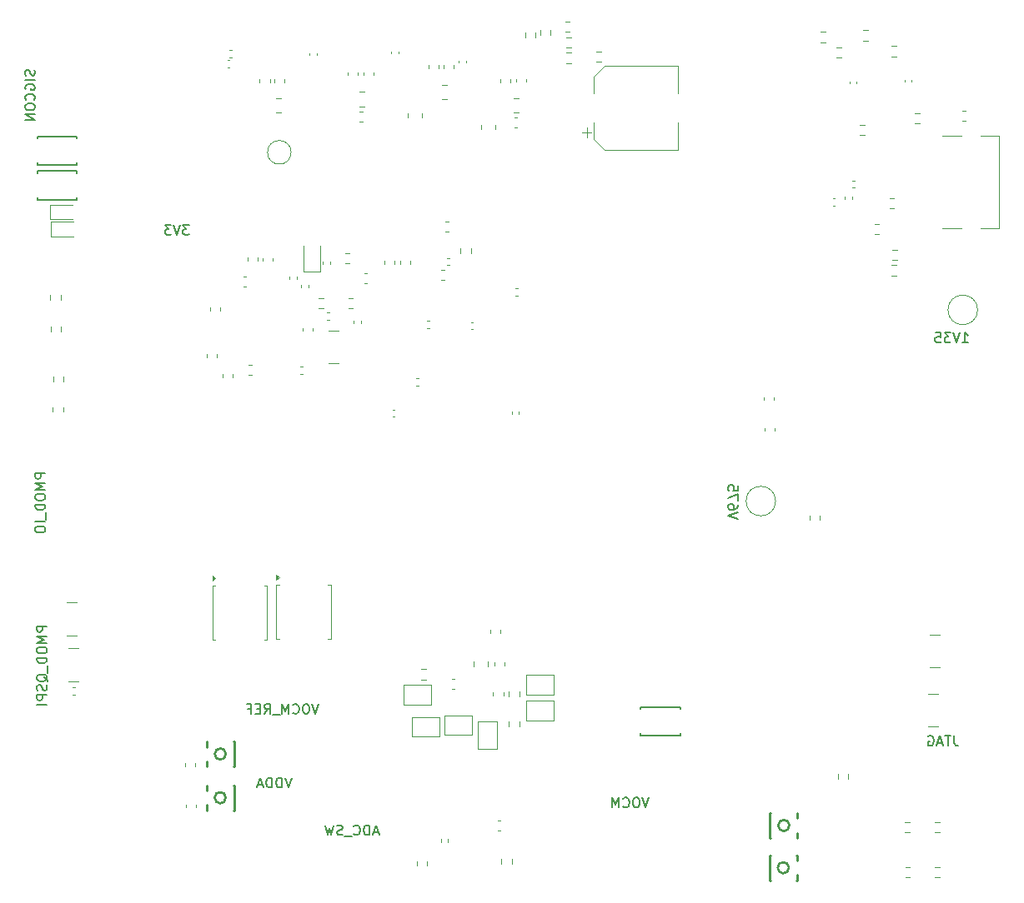
<source format=gbr>
G04 #@! TF.GenerationSoftware,KiCad,Pcbnew,9.0.3-9.0.3-0~ubuntu24.04.1*
G04 #@! TF.CreationDate,2025-07-29T11:11:21+02:00*
G04 #@! TF.ProjectId,acoustic-carrier-board,61636f75-7374-4696-932d-636172726965,rev?*
G04 #@! TF.SameCoordinates,Original*
G04 #@! TF.FileFunction,Legend,Bot*
G04 #@! TF.FilePolarity,Positive*
%FSLAX46Y46*%
G04 Gerber Fmt 4.6, Leading zero omitted, Abs format (unit mm)*
G04 Created by KiCad (PCBNEW 9.0.3-9.0.3-0~ubuntu24.04.1) date 2025-07-29 11:11:21*
%MOMM*%
%LPD*%
G01*
G04 APERTURE LIST*
%ADD10C,0.160000*%
%ADD11C,0.127000*%
%ADD12C,0.120000*%
%ADD13C,0.254000*%
G04 APERTURE END LIST*
D10*
X141182832Y-86709299D02*
X141754260Y-86709299D01*
X141468546Y-86709299D02*
X141468546Y-85709299D01*
X141468546Y-85709299D02*
X141563784Y-85852156D01*
X141563784Y-85852156D02*
X141659022Y-85947394D01*
X141659022Y-85947394D02*
X141754260Y-85995013D01*
X140897117Y-85709299D02*
X140563784Y-86709299D01*
X140563784Y-86709299D02*
X140230451Y-85709299D01*
X139992355Y-85709299D02*
X139373308Y-85709299D01*
X139373308Y-85709299D02*
X139706641Y-86090251D01*
X139706641Y-86090251D02*
X139563784Y-86090251D01*
X139563784Y-86090251D02*
X139468546Y-86137870D01*
X139468546Y-86137870D02*
X139420927Y-86185489D01*
X139420927Y-86185489D02*
X139373308Y-86280727D01*
X139373308Y-86280727D02*
X139373308Y-86518822D01*
X139373308Y-86518822D02*
X139420927Y-86614060D01*
X139420927Y-86614060D02*
X139468546Y-86661680D01*
X139468546Y-86661680D02*
X139563784Y-86709299D01*
X139563784Y-86709299D02*
X139849498Y-86709299D01*
X139849498Y-86709299D02*
X139944736Y-86661680D01*
X139944736Y-86661680D02*
X139992355Y-86614060D01*
X138468546Y-85709299D02*
X138944736Y-85709299D01*
X138944736Y-85709299D02*
X138992355Y-86185489D01*
X138992355Y-86185489D02*
X138944736Y-86137870D01*
X138944736Y-86137870D02*
X138849498Y-86090251D01*
X138849498Y-86090251D02*
X138611403Y-86090251D01*
X138611403Y-86090251D02*
X138516165Y-86137870D01*
X138516165Y-86137870D02*
X138468546Y-86185489D01*
X138468546Y-86185489D02*
X138420927Y-86280727D01*
X138420927Y-86280727D02*
X138420927Y-86518822D01*
X138420927Y-86518822D02*
X138468546Y-86614060D01*
X138468546Y-86614060D02*
X138516165Y-86661680D01*
X138516165Y-86661680D02*
X138611403Y-86709299D01*
X138611403Y-86709299D02*
X138849498Y-86709299D01*
X138849498Y-86709299D02*
X138944736Y-86661680D01*
X138944736Y-86661680D02*
X138992355Y-86614060D01*
X62671879Y-74759299D02*
X62052832Y-74759299D01*
X62052832Y-74759299D02*
X62386165Y-75140251D01*
X62386165Y-75140251D02*
X62243308Y-75140251D01*
X62243308Y-75140251D02*
X62148070Y-75187870D01*
X62148070Y-75187870D02*
X62100451Y-75235489D01*
X62100451Y-75235489D02*
X62052832Y-75330727D01*
X62052832Y-75330727D02*
X62052832Y-75568822D01*
X62052832Y-75568822D02*
X62100451Y-75664060D01*
X62100451Y-75664060D02*
X62148070Y-75711680D01*
X62148070Y-75711680D02*
X62243308Y-75759299D01*
X62243308Y-75759299D02*
X62529022Y-75759299D01*
X62529022Y-75759299D02*
X62624260Y-75711680D01*
X62624260Y-75711680D02*
X62671879Y-75664060D01*
X61767117Y-74759299D02*
X61433784Y-75759299D01*
X61433784Y-75759299D02*
X61100451Y-74759299D01*
X60862355Y-74759299D02*
X60243308Y-74759299D01*
X60243308Y-74759299D02*
X60576641Y-75140251D01*
X60576641Y-75140251D02*
X60433784Y-75140251D01*
X60433784Y-75140251D02*
X60338546Y-75187870D01*
X60338546Y-75187870D02*
X60290927Y-75235489D01*
X60290927Y-75235489D02*
X60243308Y-75330727D01*
X60243308Y-75330727D02*
X60243308Y-75568822D01*
X60243308Y-75568822D02*
X60290927Y-75664060D01*
X60290927Y-75664060D02*
X60338546Y-75711680D01*
X60338546Y-75711680D02*
X60433784Y-75759299D01*
X60433784Y-75759299D02*
X60719498Y-75759299D01*
X60719498Y-75759299D02*
X60814736Y-75711680D01*
X60814736Y-75711680D02*
X60862355Y-75664060D01*
X48059299Y-99973358D02*
X47059299Y-99973358D01*
X47059299Y-99973358D02*
X47059299Y-100354310D01*
X47059299Y-100354310D02*
X47106918Y-100449548D01*
X47106918Y-100449548D02*
X47154537Y-100497167D01*
X47154537Y-100497167D02*
X47249775Y-100544786D01*
X47249775Y-100544786D02*
X47392632Y-100544786D01*
X47392632Y-100544786D02*
X47487870Y-100497167D01*
X47487870Y-100497167D02*
X47535489Y-100449548D01*
X47535489Y-100449548D02*
X47583108Y-100354310D01*
X47583108Y-100354310D02*
X47583108Y-99973358D01*
X48059299Y-100973358D02*
X47059299Y-100973358D01*
X47059299Y-100973358D02*
X47773584Y-101306691D01*
X47773584Y-101306691D02*
X47059299Y-101640024D01*
X47059299Y-101640024D02*
X48059299Y-101640024D01*
X47059299Y-102306691D02*
X47059299Y-102497167D01*
X47059299Y-102497167D02*
X47106918Y-102592405D01*
X47106918Y-102592405D02*
X47202156Y-102687643D01*
X47202156Y-102687643D02*
X47392632Y-102735262D01*
X47392632Y-102735262D02*
X47725965Y-102735262D01*
X47725965Y-102735262D02*
X47916441Y-102687643D01*
X47916441Y-102687643D02*
X48011680Y-102592405D01*
X48011680Y-102592405D02*
X48059299Y-102497167D01*
X48059299Y-102497167D02*
X48059299Y-102306691D01*
X48059299Y-102306691D02*
X48011680Y-102211453D01*
X48011680Y-102211453D02*
X47916441Y-102116215D01*
X47916441Y-102116215D02*
X47725965Y-102068596D01*
X47725965Y-102068596D02*
X47392632Y-102068596D01*
X47392632Y-102068596D02*
X47202156Y-102116215D01*
X47202156Y-102116215D02*
X47106918Y-102211453D01*
X47106918Y-102211453D02*
X47059299Y-102306691D01*
X48059299Y-103163834D02*
X47059299Y-103163834D01*
X47059299Y-103163834D02*
X47059299Y-103401929D01*
X47059299Y-103401929D02*
X47106918Y-103544786D01*
X47106918Y-103544786D02*
X47202156Y-103640024D01*
X47202156Y-103640024D02*
X47297394Y-103687643D01*
X47297394Y-103687643D02*
X47487870Y-103735262D01*
X47487870Y-103735262D02*
X47630727Y-103735262D01*
X47630727Y-103735262D02*
X47821203Y-103687643D01*
X47821203Y-103687643D02*
X47916441Y-103640024D01*
X47916441Y-103640024D02*
X48011680Y-103544786D01*
X48011680Y-103544786D02*
X48059299Y-103401929D01*
X48059299Y-103401929D02*
X48059299Y-103163834D01*
X48154537Y-103925739D02*
X48154537Y-104687643D01*
X48059299Y-104925739D02*
X47059299Y-104925739D01*
X47059299Y-105592405D02*
X47059299Y-105782881D01*
X47059299Y-105782881D02*
X47106918Y-105878119D01*
X47106918Y-105878119D02*
X47202156Y-105973357D01*
X47202156Y-105973357D02*
X47392632Y-106020976D01*
X47392632Y-106020976D02*
X47725965Y-106020976D01*
X47725965Y-106020976D02*
X47916441Y-105973357D01*
X47916441Y-105973357D02*
X48011680Y-105878119D01*
X48011680Y-105878119D02*
X48059299Y-105782881D01*
X48059299Y-105782881D02*
X48059299Y-105592405D01*
X48059299Y-105592405D02*
X48011680Y-105497167D01*
X48011680Y-105497167D02*
X47916441Y-105401929D01*
X47916441Y-105401929D02*
X47725965Y-105354310D01*
X47725965Y-105354310D02*
X47392632Y-105354310D01*
X47392632Y-105354310D02*
X47202156Y-105401929D01*
X47202156Y-105401929D02*
X47106918Y-105497167D01*
X47106918Y-105497167D02*
X47059299Y-105592405D01*
X73079498Y-130929299D02*
X72746165Y-131929299D01*
X72746165Y-131929299D02*
X72412832Y-130929299D01*
X72079498Y-131929299D02*
X72079498Y-130929299D01*
X72079498Y-130929299D02*
X71841403Y-130929299D01*
X71841403Y-130929299D02*
X71698546Y-130976918D01*
X71698546Y-130976918D02*
X71603308Y-131072156D01*
X71603308Y-131072156D02*
X71555689Y-131167394D01*
X71555689Y-131167394D02*
X71508070Y-131357870D01*
X71508070Y-131357870D02*
X71508070Y-131500727D01*
X71508070Y-131500727D02*
X71555689Y-131691203D01*
X71555689Y-131691203D02*
X71603308Y-131786441D01*
X71603308Y-131786441D02*
X71698546Y-131881680D01*
X71698546Y-131881680D02*
X71841403Y-131929299D01*
X71841403Y-131929299D02*
X72079498Y-131929299D01*
X71079498Y-131929299D02*
X71079498Y-130929299D01*
X71079498Y-130929299D02*
X70841403Y-130929299D01*
X70841403Y-130929299D02*
X70698546Y-130976918D01*
X70698546Y-130976918D02*
X70603308Y-131072156D01*
X70603308Y-131072156D02*
X70555689Y-131167394D01*
X70555689Y-131167394D02*
X70508070Y-131357870D01*
X70508070Y-131357870D02*
X70508070Y-131500727D01*
X70508070Y-131500727D02*
X70555689Y-131691203D01*
X70555689Y-131691203D02*
X70603308Y-131786441D01*
X70603308Y-131786441D02*
X70698546Y-131881680D01*
X70698546Y-131881680D02*
X70841403Y-131929299D01*
X70841403Y-131929299D02*
X71079498Y-131929299D01*
X70127117Y-131643584D02*
X69650927Y-131643584D01*
X70222355Y-131929299D02*
X69889022Y-130929299D01*
X69889022Y-130929299D02*
X69555689Y-131929299D01*
X109369498Y-132949299D02*
X109036165Y-133949299D01*
X109036165Y-133949299D02*
X108702832Y-132949299D01*
X108179022Y-132949299D02*
X107988546Y-132949299D01*
X107988546Y-132949299D02*
X107893308Y-132996918D01*
X107893308Y-132996918D02*
X107798070Y-133092156D01*
X107798070Y-133092156D02*
X107750451Y-133282632D01*
X107750451Y-133282632D02*
X107750451Y-133615965D01*
X107750451Y-133615965D02*
X107798070Y-133806441D01*
X107798070Y-133806441D02*
X107893308Y-133901680D01*
X107893308Y-133901680D02*
X107988546Y-133949299D01*
X107988546Y-133949299D02*
X108179022Y-133949299D01*
X108179022Y-133949299D02*
X108274260Y-133901680D01*
X108274260Y-133901680D02*
X108369498Y-133806441D01*
X108369498Y-133806441D02*
X108417117Y-133615965D01*
X108417117Y-133615965D02*
X108417117Y-133282632D01*
X108417117Y-133282632D02*
X108369498Y-133092156D01*
X108369498Y-133092156D02*
X108274260Y-132996918D01*
X108274260Y-132996918D02*
X108179022Y-132949299D01*
X106750451Y-133854060D02*
X106798070Y-133901680D01*
X106798070Y-133901680D02*
X106940927Y-133949299D01*
X106940927Y-133949299D02*
X107036165Y-133949299D01*
X107036165Y-133949299D02*
X107179022Y-133901680D01*
X107179022Y-133901680D02*
X107274260Y-133806441D01*
X107274260Y-133806441D02*
X107321879Y-133711203D01*
X107321879Y-133711203D02*
X107369498Y-133520727D01*
X107369498Y-133520727D02*
X107369498Y-133377870D01*
X107369498Y-133377870D02*
X107321879Y-133187394D01*
X107321879Y-133187394D02*
X107274260Y-133092156D01*
X107274260Y-133092156D02*
X107179022Y-132996918D01*
X107179022Y-132996918D02*
X107036165Y-132949299D01*
X107036165Y-132949299D02*
X106940927Y-132949299D01*
X106940927Y-132949299D02*
X106798070Y-132996918D01*
X106798070Y-132996918D02*
X106750451Y-133044537D01*
X106321879Y-133949299D02*
X106321879Y-132949299D01*
X106321879Y-132949299D02*
X105988546Y-133663584D01*
X105988546Y-133663584D02*
X105655213Y-132949299D01*
X105655213Y-132949299D02*
X105655213Y-133949299D01*
X140340927Y-126669299D02*
X140340927Y-127383584D01*
X140340927Y-127383584D02*
X140388546Y-127526441D01*
X140388546Y-127526441D02*
X140483784Y-127621680D01*
X140483784Y-127621680D02*
X140626641Y-127669299D01*
X140626641Y-127669299D02*
X140721879Y-127669299D01*
X140007593Y-126669299D02*
X139436165Y-126669299D01*
X139721879Y-127669299D02*
X139721879Y-126669299D01*
X139150450Y-127383584D02*
X138674260Y-127383584D01*
X139245688Y-127669299D02*
X138912355Y-126669299D01*
X138912355Y-126669299D02*
X138579022Y-127669299D01*
X137721879Y-126716918D02*
X137817117Y-126669299D01*
X137817117Y-126669299D02*
X137959974Y-126669299D01*
X137959974Y-126669299D02*
X138102831Y-126716918D01*
X138102831Y-126716918D02*
X138198069Y-126812156D01*
X138198069Y-126812156D02*
X138245688Y-126907394D01*
X138245688Y-126907394D02*
X138293307Y-127097870D01*
X138293307Y-127097870D02*
X138293307Y-127240727D01*
X138293307Y-127240727D02*
X138245688Y-127431203D01*
X138245688Y-127431203D02*
X138198069Y-127526441D01*
X138198069Y-127526441D02*
X138102831Y-127621680D01*
X138102831Y-127621680D02*
X137959974Y-127669299D01*
X137959974Y-127669299D02*
X137864736Y-127669299D01*
X137864736Y-127669299D02*
X137721879Y-127621680D01*
X137721879Y-127621680D02*
X137674260Y-127574060D01*
X137674260Y-127574060D02*
X137674260Y-127240727D01*
X137674260Y-127240727D02*
X137864736Y-127240727D01*
X118392950Y-104629498D02*
X117392950Y-104296165D01*
X117392950Y-104296165D02*
X118392950Y-103962832D01*
X118392950Y-103200927D02*
X118392950Y-103391403D01*
X118392950Y-103391403D02*
X118345331Y-103486641D01*
X118345331Y-103486641D02*
X118297712Y-103534260D01*
X118297712Y-103534260D02*
X118154855Y-103629498D01*
X118154855Y-103629498D02*
X117964379Y-103677117D01*
X117964379Y-103677117D02*
X117583427Y-103677117D01*
X117583427Y-103677117D02*
X117488189Y-103629498D01*
X117488189Y-103629498D02*
X117440570Y-103581879D01*
X117440570Y-103581879D02*
X117392950Y-103486641D01*
X117392950Y-103486641D02*
X117392950Y-103296165D01*
X117392950Y-103296165D02*
X117440570Y-103200927D01*
X117440570Y-103200927D02*
X117488189Y-103153308D01*
X117488189Y-103153308D02*
X117583427Y-103105689D01*
X117583427Y-103105689D02*
X117821522Y-103105689D01*
X117821522Y-103105689D02*
X117916760Y-103153308D01*
X117916760Y-103153308D02*
X117964379Y-103200927D01*
X117964379Y-103200927D02*
X118011998Y-103296165D01*
X118011998Y-103296165D02*
X118011998Y-103486641D01*
X118011998Y-103486641D02*
X117964379Y-103581879D01*
X117964379Y-103581879D02*
X117916760Y-103629498D01*
X117916760Y-103629498D02*
X117821522Y-103677117D01*
X118392950Y-102772355D02*
X118392950Y-102105689D01*
X118392950Y-102105689D02*
X117392950Y-102534260D01*
X118392950Y-101248546D02*
X118392950Y-101724736D01*
X118392950Y-101724736D02*
X117916760Y-101772355D01*
X117916760Y-101772355D02*
X117964379Y-101724736D01*
X117964379Y-101724736D02*
X118011998Y-101629498D01*
X118011998Y-101629498D02*
X118011998Y-101391403D01*
X118011998Y-101391403D02*
X117964379Y-101296165D01*
X117964379Y-101296165D02*
X117916760Y-101248546D01*
X117916760Y-101248546D02*
X117821522Y-101200927D01*
X117821522Y-101200927D02*
X117583427Y-101200927D01*
X117583427Y-101200927D02*
X117488189Y-101248546D01*
X117488189Y-101248546D02*
X117440570Y-101296165D01*
X117440570Y-101296165D02*
X117392950Y-101391403D01*
X117392950Y-101391403D02*
X117392950Y-101629498D01*
X117392950Y-101629498D02*
X117440570Y-101724736D01*
X117440570Y-101724736D02*
X117488189Y-101772355D01*
X48229299Y-115543358D02*
X47229299Y-115543358D01*
X47229299Y-115543358D02*
X47229299Y-115924310D01*
X47229299Y-115924310D02*
X47276918Y-116019548D01*
X47276918Y-116019548D02*
X47324537Y-116067167D01*
X47324537Y-116067167D02*
X47419775Y-116114786D01*
X47419775Y-116114786D02*
X47562632Y-116114786D01*
X47562632Y-116114786D02*
X47657870Y-116067167D01*
X47657870Y-116067167D02*
X47705489Y-116019548D01*
X47705489Y-116019548D02*
X47753108Y-115924310D01*
X47753108Y-115924310D02*
X47753108Y-115543358D01*
X48229299Y-116543358D02*
X47229299Y-116543358D01*
X47229299Y-116543358D02*
X47943584Y-116876691D01*
X47943584Y-116876691D02*
X47229299Y-117210024D01*
X47229299Y-117210024D02*
X48229299Y-117210024D01*
X47229299Y-117876691D02*
X47229299Y-118067167D01*
X47229299Y-118067167D02*
X47276918Y-118162405D01*
X47276918Y-118162405D02*
X47372156Y-118257643D01*
X47372156Y-118257643D02*
X47562632Y-118305262D01*
X47562632Y-118305262D02*
X47895965Y-118305262D01*
X47895965Y-118305262D02*
X48086441Y-118257643D01*
X48086441Y-118257643D02*
X48181680Y-118162405D01*
X48181680Y-118162405D02*
X48229299Y-118067167D01*
X48229299Y-118067167D02*
X48229299Y-117876691D01*
X48229299Y-117876691D02*
X48181680Y-117781453D01*
X48181680Y-117781453D02*
X48086441Y-117686215D01*
X48086441Y-117686215D02*
X47895965Y-117638596D01*
X47895965Y-117638596D02*
X47562632Y-117638596D01*
X47562632Y-117638596D02*
X47372156Y-117686215D01*
X47372156Y-117686215D02*
X47276918Y-117781453D01*
X47276918Y-117781453D02*
X47229299Y-117876691D01*
X48229299Y-118733834D02*
X47229299Y-118733834D01*
X47229299Y-118733834D02*
X47229299Y-118971929D01*
X47229299Y-118971929D02*
X47276918Y-119114786D01*
X47276918Y-119114786D02*
X47372156Y-119210024D01*
X47372156Y-119210024D02*
X47467394Y-119257643D01*
X47467394Y-119257643D02*
X47657870Y-119305262D01*
X47657870Y-119305262D02*
X47800727Y-119305262D01*
X47800727Y-119305262D02*
X47991203Y-119257643D01*
X47991203Y-119257643D02*
X48086441Y-119210024D01*
X48086441Y-119210024D02*
X48181680Y-119114786D01*
X48181680Y-119114786D02*
X48229299Y-118971929D01*
X48229299Y-118971929D02*
X48229299Y-118733834D01*
X48324537Y-119495739D02*
X48324537Y-120257643D01*
X48324537Y-121162405D02*
X48276918Y-121067167D01*
X48276918Y-121067167D02*
X48181680Y-120971929D01*
X48181680Y-120971929D02*
X48038822Y-120829072D01*
X48038822Y-120829072D02*
X47991203Y-120733834D01*
X47991203Y-120733834D02*
X47991203Y-120638596D01*
X48229299Y-120686215D02*
X48181680Y-120590977D01*
X48181680Y-120590977D02*
X48086441Y-120495739D01*
X48086441Y-120495739D02*
X47895965Y-120448120D01*
X47895965Y-120448120D02*
X47562632Y-120448120D01*
X47562632Y-120448120D02*
X47372156Y-120495739D01*
X47372156Y-120495739D02*
X47276918Y-120590977D01*
X47276918Y-120590977D02*
X47229299Y-120686215D01*
X47229299Y-120686215D02*
X47229299Y-120876691D01*
X47229299Y-120876691D02*
X47276918Y-120971929D01*
X47276918Y-120971929D02*
X47372156Y-121067167D01*
X47372156Y-121067167D02*
X47562632Y-121114786D01*
X47562632Y-121114786D02*
X47895965Y-121114786D01*
X47895965Y-121114786D02*
X48086441Y-121067167D01*
X48086441Y-121067167D02*
X48181680Y-120971929D01*
X48181680Y-120971929D02*
X48229299Y-120876691D01*
X48229299Y-120876691D02*
X48229299Y-120686215D01*
X48181680Y-121495739D02*
X48229299Y-121638596D01*
X48229299Y-121638596D02*
X48229299Y-121876691D01*
X48229299Y-121876691D02*
X48181680Y-121971929D01*
X48181680Y-121971929D02*
X48134060Y-122019548D01*
X48134060Y-122019548D02*
X48038822Y-122067167D01*
X48038822Y-122067167D02*
X47943584Y-122067167D01*
X47943584Y-122067167D02*
X47848346Y-122019548D01*
X47848346Y-122019548D02*
X47800727Y-121971929D01*
X47800727Y-121971929D02*
X47753108Y-121876691D01*
X47753108Y-121876691D02*
X47705489Y-121686215D01*
X47705489Y-121686215D02*
X47657870Y-121590977D01*
X47657870Y-121590977D02*
X47610251Y-121543358D01*
X47610251Y-121543358D02*
X47515013Y-121495739D01*
X47515013Y-121495739D02*
X47419775Y-121495739D01*
X47419775Y-121495739D02*
X47324537Y-121543358D01*
X47324537Y-121543358D02*
X47276918Y-121590977D01*
X47276918Y-121590977D02*
X47229299Y-121686215D01*
X47229299Y-121686215D02*
X47229299Y-121924310D01*
X47229299Y-121924310D02*
X47276918Y-122067167D01*
X48229299Y-122495739D02*
X47229299Y-122495739D01*
X47229299Y-122495739D02*
X47229299Y-122876691D01*
X47229299Y-122876691D02*
X47276918Y-122971929D01*
X47276918Y-122971929D02*
X47324537Y-123019548D01*
X47324537Y-123019548D02*
X47419775Y-123067167D01*
X47419775Y-123067167D02*
X47562632Y-123067167D01*
X47562632Y-123067167D02*
X47657870Y-123019548D01*
X47657870Y-123019548D02*
X47705489Y-122971929D01*
X47705489Y-122971929D02*
X47753108Y-122876691D01*
X47753108Y-122876691D02*
X47753108Y-122495739D01*
X48229299Y-123495739D02*
X47229299Y-123495739D01*
X81874260Y-136473584D02*
X81398070Y-136473584D01*
X81969498Y-136759299D02*
X81636165Y-135759299D01*
X81636165Y-135759299D02*
X81302832Y-136759299D01*
X80969498Y-136759299D02*
X80969498Y-135759299D01*
X80969498Y-135759299D02*
X80731403Y-135759299D01*
X80731403Y-135759299D02*
X80588546Y-135806918D01*
X80588546Y-135806918D02*
X80493308Y-135902156D01*
X80493308Y-135902156D02*
X80445689Y-135997394D01*
X80445689Y-135997394D02*
X80398070Y-136187870D01*
X80398070Y-136187870D02*
X80398070Y-136330727D01*
X80398070Y-136330727D02*
X80445689Y-136521203D01*
X80445689Y-136521203D02*
X80493308Y-136616441D01*
X80493308Y-136616441D02*
X80588546Y-136711680D01*
X80588546Y-136711680D02*
X80731403Y-136759299D01*
X80731403Y-136759299D02*
X80969498Y-136759299D01*
X79398070Y-136664060D02*
X79445689Y-136711680D01*
X79445689Y-136711680D02*
X79588546Y-136759299D01*
X79588546Y-136759299D02*
X79683784Y-136759299D01*
X79683784Y-136759299D02*
X79826641Y-136711680D01*
X79826641Y-136711680D02*
X79921879Y-136616441D01*
X79921879Y-136616441D02*
X79969498Y-136521203D01*
X79969498Y-136521203D02*
X80017117Y-136330727D01*
X80017117Y-136330727D02*
X80017117Y-136187870D01*
X80017117Y-136187870D02*
X79969498Y-135997394D01*
X79969498Y-135997394D02*
X79921879Y-135902156D01*
X79921879Y-135902156D02*
X79826641Y-135806918D01*
X79826641Y-135806918D02*
X79683784Y-135759299D01*
X79683784Y-135759299D02*
X79588546Y-135759299D01*
X79588546Y-135759299D02*
X79445689Y-135806918D01*
X79445689Y-135806918D02*
X79398070Y-135854537D01*
X79207594Y-136854537D02*
X78445689Y-136854537D01*
X78255212Y-136711680D02*
X78112355Y-136759299D01*
X78112355Y-136759299D02*
X77874260Y-136759299D01*
X77874260Y-136759299D02*
X77779022Y-136711680D01*
X77779022Y-136711680D02*
X77731403Y-136664060D01*
X77731403Y-136664060D02*
X77683784Y-136568822D01*
X77683784Y-136568822D02*
X77683784Y-136473584D01*
X77683784Y-136473584D02*
X77731403Y-136378346D01*
X77731403Y-136378346D02*
X77779022Y-136330727D01*
X77779022Y-136330727D02*
X77874260Y-136283108D01*
X77874260Y-136283108D02*
X78064736Y-136235489D01*
X78064736Y-136235489D02*
X78159974Y-136187870D01*
X78159974Y-136187870D02*
X78207593Y-136140251D01*
X78207593Y-136140251D02*
X78255212Y-136045013D01*
X78255212Y-136045013D02*
X78255212Y-135949775D01*
X78255212Y-135949775D02*
X78207593Y-135854537D01*
X78207593Y-135854537D02*
X78159974Y-135806918D01*
X78159974Y-135806918D02*
X78064736Y-135759299D01*
X78064736Y-135759299D02*
X77826641Y-135759299D01*
X77826641Y-135759299D02*
X77683784Y-135806918D01*
X77350450Y-135759299D02*
X77112355Y-136759299D01*
X77112355Y-136759299D02*
X76921879Y-136045013D01*
X76921879Y-136045013D02*
X76731403Y-136759299D01*
X76731403Y-136759299D02*
X76493308Y-135759299D01*
X75839498Y-123444299D02*
X75506165Y-124444299D01*
X75506165Y-124444299D02*
X75172832Y-123444299D01*
X74649022Y-123444299D02*
X74458546Y-123444299D01*
X74458546Y-123444299D02*
X74363308Y-123491918D01*
X74363308Y-123491918D02*
X74268070Y-123587156D01*
X74268070Y-123587156D02*
X74220451Y-123777632D01*
X74220451Y-123777632D02*
X74220451Y-124110965D01*
X74220451Y-124110965D02*
X74268070Y-124301441D01*
X74268070Y-124301441D02*
X74363308Y-124396680D01*
X74363308Y-124396680D02*
X74458546Y-124444299D01*
X74458546Y-124444299D02*
X74649022Y-124444299D01*
X74649022Y-124444299D02*
X74744260Y-124396680D01*
X74744260Y-124396680D02*
X74839498Y-124301441D01*
X74839498Y-124301441D02*
X74887117Y-124110965D01*
X74887117Y-124110965D02*
X74887117Y-123777632D01*
X74887117Y-123777632D02*
X74839498Y-123587156D01*
X74839498Y-123587156D02*
X74744260Y-123491918D01*
X74744260Y-123491918D02*
X74649022Y-123444299D01*
X73220451Y-124349060D02*
X73268070Y-124396680D01*
X73268070Y-124396680D02*
X73410927Y-124444299D01*
X73410927Y-124444299D02*
X73506165Y-124444299D01*
X73506165Y-124444299D02*
X73649022Y-124396680D01*
X73649022Y-124396680D02*
X73744260Y-124301441D01*
X73744260Y-124301441D02*
X73791879Y-124206203D01*
X73791879Y-124206203D02*
X73839498Y-124015727D01*
X73839498Y-124015727D02*
X73839498Y-123872870D01*
X73839498Y-123872870D02*
X73791879Y-123682394D01*
X73791879Y-123682394D02*
X73744260Y-123587156D01*
X73744260Y-123587156D02*
X73649022Y-123491918D01*
X73649022Y-123491918D02*
X73506165Y-123444299D01*
X73506165Y-123444299D02*
X73410927Y-123444299D01*
X73410927Y-123444299D02*
X73268070Y-123491918D01*
X73268070Y-123491918D02*
X73220451Y-123539537D01*
X72791879Y-124444299D02*
X72791879Y-123444299D01*
X72791879Y-123444299D02*
X72458546Y-124158584D01*
X72458546Y-124158584D02*
X72125213Y-123444299D01*
X72125213Y-123444299D02*
X72125213Y-124444299D01*
X71887118Y-124539537D02*
X71125213Y-124539537D01*
X70315689Y-124444299D02*
X70649022Y-123968108D01*
X70887117Y-124444299D02*
X70887117Y-123444299D01*
X70887117Y-123444299D02*
X70506165Y-123444299D01*
X70506165Y-123444299D02*
X70410927Y-123491918D01*
X70410927Y-123491918D02*
X70363308Y-123539537D01*
X70363308Y-123539537D02*
X70315689Y-123634775D01*
X70315689Y-123634775D02*
X70315689Y-123777632D01*
X70315689Y-123777632D02*
X70363308Y-123872870D01*
X70363308Y-123872870D02*
X70410927Y-123920489D01*
X70410927Y-123920489D02*
X70506165Y-123968108D01*
X70506165Y-123968108D02*
X70887117Y-123968108D01*
X69887117Y-123920489D02*
X69553784Y-123920489D01*
X69410927Y-124444299D02*
X69887117Y-124444299D01*
X69887117Y-124444299D02*
X69887117Y-123444299D01*
X69887117Y-123444299D02*
X69410927Y-123444299D01*
X68649022Y-123920489D02*
X68982355Y-123920489D01*
X68982355Y-124444299D02*
X68982355Y-123444299D01*
X68982355Y-123444299D02*
X68506165Y-123444299D01*
X46981680Y-58985739D02*
X47029299Y-59128596D01*
X47029299Y-59128596D02*
X47029299Y-59366691D01*
X47029299Y-59366691D02*
X46981680Y-59461929D01*
X46981680Y-59461929D02*
X46934060Y-59509548D01*
X46934060Y-59509548D02*
X46838822Y-59557167D01*
X46838822Y-59557167D02*
X46743584Y-59557167D01*
X46743584Y-59557167D02*
X46648346Y-59509548D01*
X46648346Y-59509548D02*
X46600727Y-59461929D01*
X46600727Y-59461929D02*
X46553108Y-59366691D01*
X46553108Y-59366691D02*
X46505489Y-59176215D01*
X46505489Y-59176215D02*
X46457870Y-59080977D01*
X46457870Y-59080977D02*
X46410251Y-59033358D01*
X46410251Y-59033358D02*
X46315013Y-58985739D01*
X46315013Y-58985739D02*
X46219775Y-58985739D01*
X46219775Y-58985739D02*
X46124537Y-59033358D01*
X46124537Y-59033358D02*
X46076918Y-59080977D01*
X46076918Y-59080977D02*
X46029299Y-59176215D01*
X46029299Y-59176215D02*
X46029299Y-59414310D01*
X46029299Y-59414310D02*
X46076918Y-59557167D01*
X47029299Y-59985739D02*
X46029299Y-59985739D01*
X46076918Y-60985738D02*
X46029299Y-60890500D01*
X46029299Y-60890500D02*
X46029299Y-60747643D01*
X46029299Y-60747643D02*
X46076918Y-60604786D01*
X46076918Y-60604786D02*
X46172156Y-60509548D01*
X46172156Y-60509548D02*
X46267394Y-60461929D01*
X46267394Y-60461929D02*
X46457870Y-60414310D01*
X46457870Y-60414310D02*
X46600727Y-60414310D01*
X46600727Y-60414310D02*
X46791203Y-60461929D01*
X46791203Y-60461929D02*
X46886441Y-60509548D01*
X46886441Y-60509548D02*
X46981680Y-60604786D01*
X46981680Y-60604786D02*
X47029299Y-60747643D01*
X47029299Y-60747643D02*
X47029299Y-60842881D01*
X47029299Y-60842881D02*
X46981680Y-60985738D01*
X46981680Y-60985738D02*
X46934060Y-61033357D01*
X46934060Y-61033357D02*
X46600727Y-61033357D01*
X46600727Y-61033357D02*
X46600727Y-60842881D01*
X46934060Y-62033357D02*
X46981680Y-61985738D01*
X46981680Y-61985738D02*
X47029299Y-61842881D01*
X47029299Y-61842881D02*
X47029299Y-61747643D01*
X47029299Y-61747643D02*
X46981680Y-61604786D01*
X46981680Y-61604786D02*
X46886441Y-61509548D01*
X46886441Y-61509548D02*
X46791203Y-61461929D01*
X46791203Y-61461929D02*
X46600727Y-61414310D01*
X46600727Y-61414310D02*
X46457870Y-61414310D01*
X46457870Y-61414310D02*
X46267394Y-61461929D01*
X46267394Y-61461929D02*
X46172156Y-61509548D01*
X46172156Y-61509548D02*
X46076918Y-61604786D01*
X46076918Y-61604786D02*
X46029299Y-61747643D01*
X46029299Y-61747643D02*
X46029299Y-61842881D01*
X46029299Y-61842881D02*
X46076918Y-61985738D01*
X46076918Y-61985738D02*
X46124537Y-62033357D01*
X46029299Y-62652405D02*
X46029299Y-62842881D01*
X46029299Y-62842881D02*
X46076918Y-62938119D01*
X46076918Y-62938119D02*
X46172156Y-63033357D01*
X46172156Y-63033357D02*
X46362632Y-63080976D01*
X46362632Y-63080976D02*
X46695965Y-63080976D01*
X46695965Y-63080976D02*
X46886441Y-63033357D01*
X46886441Y-63033357D02*
X46981680Y-62938119D01*
X46981680Y-62938119D02*
X47029299Y-62842881D01*
X47029299Y-62842881D02*
X47029299Y-62652405D01*
X47029299Y-62652405D02*
X46981680Y-62557167D01*
X46981680Y-62557167D02*
X46886441Y-62461929D01*
X46886441Y-62461929D02*
X46695965Y-62414310D01*
X46695965Y-62414310D02*
X46362632Y-62414310D01*
X46362632Y-62414310D02*
X46172156Y-62461929D01*
X46172156Y-62461929D02*
X46076918Y-62557167D01*
X46076918Y-62557167D02*
X46029299Y-62652405D01*
X47029299Y-63509548D02*
X46029299Y-63509548D01*
X46029299Y-63509548D02*
X47029299Y-64080976D01*
X47029299Y-64080976D02*
X46029299Y-64080976D01*
D11*
X108520000Y-123730000D02*
X108520000Y-123960000D01*
X108520000Y-126400000D02*
X108520000Y-126630000D01*
X108520000Y-126630000D02*
X112520000Y-126630000D01*
X112520000Y-123730000D02*
X108520000Y-123730000D01*
X112520000Y-123730000D02*
X112520000Y-123960000D01*
X112520000Y-126630000D02*
X112520000Y-126400000D01*
D12*
X71493748Y-61860000D02*
X72016252Y-61860000D01*
X71493748Y-63330000D02*
X72016252Y-63330000D01*
X78745000Y-59505580D02*
X78745000Y-59224420D01*
X79765000Y-59505580D02*
X79765000Y-59224420D01*
X88610000Y-124600000D02*
X88610000Y-126600000D01*
X88610000Y-126600000D02*
X91410000Y-126600000D01*
X91410000Y-124600000D02*
X88610000Y-124600000D01*
X91410000Y-126600000D02*
X91410000Y-124600000D01*
D11*
X47250000Y-69270000D02*
X47250000Y-69500000D01*
X47250000Y-72170000D02*
X47250000Y-71940000D01*
X47250000Y-72170000D02*
X51250000Y-72170000D01*
X51250000Y-69270000D02*
X47250000Y-69270000D01*
X51250000Y-69500000D02*
X51250000Y-69270000D01*
X51250000Y-72170000D02*
X51250000Y-71940000D01*
D12*
X48847500Y-93262742D02*
X48847500Y-93737258D01*
X49892500Y-93262742D02*
X49892500Y-93737258D01*
X94001920Y-135270000D02*
X94283080Y-135270000D01*
X94001920Y-136290000D02*
X94283080Y-136290000D01*
X95890000Y-60220580D02*
X95890000Y-59939420D01*
X96910000Y-60220580D02*
X96910000Y-59939420D01*
X68630000Y-78412779D02*
X68630000Y-78087221D01*
X69650000Y-78412779D02*
X69650000Y-78087221D01*
X141167221Y-63170000D02*
X141492779Y-63170000D01*
X141167221Y-64190000D02*
X141492779Y-64190000D01*
X128537500Y-131054724D02*
X128537500Y-130545276D01*
X129582500Y-131054724D02*
X129582500Y-130545276D01*
X142730000Y-83380000D02*
G75*
G02*
X139730000Y-83380000I-1500000J0D01*
G01*
X139730000Y-83380000D02*
G75*
G02*
X142730000Y-83380000I1500000J0D01*
G01*
X122222250Y-102810000D02*
G75*
G02*
X119222250Y-102810000I-1500000J0D01*
G01*
X119222250Y-102810000D02*
G75*
G02*
X122222250Y-102810000I1500000J0D01*
G01*
X73030000Y-67370000D02*
G75*
G02*
X70630000Y-67370000I-1200000J0D01*
G01*
X70630000Y-67370000D02*
G75*
G02*
X73030000Y-67370000I1200000J0D01*
G01*
X134497258Y-78847500D02*
X134022742Y-78847500D01*
X134497258Y-79892500D02*
X134022742Y-79892500D01*
X93675000Y-119207221D02*
X93675000Y-119532779D01*
X94695000Y-119207221D02*
X94695000Y-119532779D01*
X139130000Y-65670000D02*
X141130000Y-65670000D01*
X139130000Y-75070000D02*
X141130000Y-75070000D01*
X143030000Y-65670000D02*
X144930000Y-65670000D01*
X143030000Y-75070000D02*
X144930000Y-75070000D01*
X144930000Y-65670000D02*
X144930000Y-75070000D01*
X135320000Y-60207836D02*
X135320000Y-59992164D01*
X136040000Y-60207836D02*
X136040000Y-59992164D01*
X121060000Y-92530580D02*
X121060000Y-92249420D01*
X122080000Y-92530580D02*
X122080000Y-92249420D01*
X89344420Y-120860000D02*
X89625580Y-120860000D01*
X89344420Y-121880000D02*
X89625580Y-121880000D01*
X70150000Y-78099420D02*
X70150000Y-78380580D01*
X71170000Y-78099420D02*
X71170000Y-78380580D01*
X100952744Y-55657499D02*
X101427260Y-55657499D01*
X100952744Y-56702499D02*
X101427260Y-56702499D01*
X79350000Y-84773641D02*
X79350000Y-84466359D01*
X80110000Y-84773641D02*
X80110000Y-84466359D01*
X95137500Y-122162742D02*
X95137500Y-122637258D01*
X96182500Y-122162742D02*
X96182500Y-122637258D01*
X134267258Y-72007500D02*
X133792742Y-72007500D01*
X134267258Y-73052500D02*
X133792742Y-73052500D01*
X72860000Y-80273641D02*
X72860000Y-79966359D01*
X73620000Y-80273641D02*
X73620000Y-79966359D01*
X62300000Y-129756267D02*
X62300000Y-129463733D01*
X63320000Y-129756267D02*
X63320000Y-129463733D01*
X129732500Y-60375336D02*
X129732500Y-60159664D01*
X130452500Y-60375336D02*
X130452500Y-60159664D01*
X138910000Y-116370000D02*
X137910000Y-116370000D01*
X138910000Y-119730000D02*
X137910000Y-119730000D01*
X50826359Y-121760000D02*
X51133641Y-121760000D01*
X50826359Y-122520000D02*
X51133641Y-122520000D01*
X74310000Y-79520000D02*
X74310000Y-76860000D01*
X76010000Y-79520000D02*
X74310000Y-79520000D01*
X76010000Y-79520000D02*
X76010000Y-76860000D01*
X50250000Y-113140000D02*
X51250000Y-113140000D01*
X50250000Y-116500000D02*
X51250000Y-116500000D01*
X88220000Y-137457621D02*
X88220000Y-137122379D01*
X88980000Y-137457621D02*
X88980000Y-137122379D01*
X82500000Y-78700580D02*
X82500000Y-78419420D01*
X83520000Y-78700580D02*
X83520000Y-78419420D01*
X90222500Y-77607258D02*
X90222500Y-77132742D01*
X91267500Y-77607258D02*
X91267500Y-77132742D01*
X74895000Y-57277164D02*
X74895000Y-57492836D01*
X75615000Y-57277164D02*
X75615000Y-57492836D01*
X78957258Y-77627500D02*
X78482742Y-77627500D01*
X78957258Y-78672500D02*
X78482742Y-78672500D01*
X138892258Y-135437500D02*
X138417742Y-135437500D01*
X138892258Y-136482500D02*
X138417742Y-136482500D01*
X64832500Y-83425580D02*
X64832500Y-83144420D01*
X65852500Y-83425580D02*
X65852500Y-83144420D01*
X138892258Y-139987500D02*
X138417742Y-139987500D01*
X138892258Y-141032500D02*
X138417742Y-141032500D01*
X80765580Y-79620000D02*
X80484420Y-79620000D01*
X80765580Y-80640000D02*
X80484420Y-80640000D01*
X102537500Y-65360000D02*
X103537500Y-65360000D01*
X103037500Y-65860000D02*
X103037500Y-64860000D01*
X103777500Y-59654437D02*
X103777500Y-61340000D01*
X103777500Y-59654437D02*
X104841937Y-58590000D01*
X103777500Y-66045563D02*
X103777500Y-64360000D01*
X103777500Y-66045563D02*
X104841937Y-67110000D01*
X104841937Y-58590000D02*
X112297500Y-58590000D01*
X104841937Y-67110000D02*
X112297500Y-67110000D01*
X112297500Y-58590000D02*
X112297500Y-61340000D01*
X112297500Y-67110000D02*
X112297500Y-64360000D01*
X136857258Y-63397500D02*
X136382742Y-63397500D01*
X136857258Y-64442500D02*
X136382742Y-64442500D01*
X95420000Y-93712164D02*
X95420000Y-93927836D01*
X96140000Y-93712164D02*
X96140000Y-93927836D01*
X96860000Y-123100000D02*
X96860000Y-125100000D01*
X96860000Y-125100000D02*
X99660000Y-125100000D01*
X99660000Y-123100000D02*
X96860000Y-123100000D01*
X99660000Y-125100000D02*
X99660000Y-123100000D01*
X91302164Y-84640000D02*
X91517836Y-84640000D01*
X91302164Y-85360000D02*
X91517836Y-85360000D01*
X85937836Y-90340000D02*
X85722164Y-90340000D01*
X85937836Y-91060000D02*
X85722164Y-91060000D01*
X134072742Y-77287500D02*
X134547258Y-77287500D01*
X134072742Y-78332500D02*
X134547258Y-78332500D01*
X76830000Y-85470000D02*
X77830000Y-85470000D01*
X76830000Y-88830000D02*
X77830000Y-88830000D01*
X96860000Y-120500000D02*
X96860000Y-122500000D01*
X96860000Y-122500000D02*
X99660000Y-122500000D01*
X99660000Y-120500000D02*
X96860000Y-120500000D01*
X99660000Y-122500000D02*
X99660000Y-120500000D01*
X135842258Y-135437500D02*
X135367742Y-135437500D01*
X135842258Y-136482500D02*
X135367742Y-136482500D01*
X87057836Y-84510000D02*
X86842164Y-84510000D01*
X87057836Y-85230000D02*
X86842164Y-85230000D01*
X92305000Y-64592936D02*
X92305000Y-65047064D01*
X93775000Y-64592936D02*
X93775000Y-65047064D01*
X86995000Y-58805580D02*
X86995000Y-58524420D01*
X88015000Y-58805580D02*
X88015000Y-58524420D01*
X128237836Y-72060000D02*
X128022164Y-72060000D01*
X128237836Y-72780000D02*
X128022164Y-72780000D01*
X48627500Y-85567258D02*
X48627500Y-85092742D01*
X49672500Y-85567258D02*
X49672500Y-85092742D01*
X65085000Y-111410000D02*
X65355000Y-111410000D01*
X65085000Y-114170000D02*
X65085000Y-111410000D01*
X65085000Y-114170000D02*
X65085000Y-116930000D01*
X65085000Y-116930000D02*
X65355000Y-116930000D01*
X70605000Y-111410000D02*
X70335000Y-111410000D01*
X70605000Y-114170000D02*
X70605000Y-111410000D01*
X70605000Y-114170000D02*
X70605000Y-116930000D01*
X70605000Y-116930000D02*
X70335000Y-116930000D01*
X65355000Y-110645000D02*
X65025000Y-110885000D01*
X65025000Y-110405000D01*
X65355000Y-110645000D01*
G36*
X65355000Y-110645000D02*
G01*
X65025000Y-110885000D01*
X65025000Y-110405000D01*
X65355000Y-110645000D01*
G37*
D13*
X121657500Y-134510160D02*
X121724000Y-134510160D01*
X121657500Y-135049160D02*
X121657500Y-134510160D01*
X121657500Y-135049160D02*
X121657500Y-136511160D01*
X121657500Y-137050160D02*
X121657500Y-136511160D01*
X121724000Y-137050160D02*
X121657500Y-137050160D01*
X124386000Y-134510160D02*
X124452500Y-134510160D01*
X124452500Y-134510160D02*
X124452500Y-135049160D01*
X124452500Y-136511160D02*
X124452500Y-137050160D01*
X124452500Y-137050160D02*
X124386000Y-137050160D01*
X123623000Y-135780160D02*
G75*
G02*
X122487000Y-135780160I-568000J0D01*
G01*
X122487000Y-135780160D02*
G75*
G02*
X123623000Y-135780160I568000J0D01*
G01*
X64445000Y-127250000D02*
X64511500Y-127250000D01*
X64445000Y-127789000D02*
X64445000Y-127250000D01*
X64445000Y-129790000D02*
X64445000Y-129251000D01*
X64511500Y-129790000D02*
X64445000Y-129790000D01*
X67173500Y-127250000D02*
X67240000Y-127250000D01*
X67240000Y-127250000D02*
X67240000Y-127789000D01*
X67240000Y-129251000D02*
X67240000Y-127789000D01*
X67240000Y-129251000D02*
X67240000Y-129790000D01*
X67240000Y-129790000D02*
X67173500Y-129790000D01*
X66410500Y-128520000D02*
G75*
G02*
X65274500Y-128520000I-568000J0D01*
G01*
X65274500Y-128520000D02*
G75*
G02*
X66410500Y-128520000I568000J0D01*
G01*
D12*
X66777836Y-58000000D02*
X66562164Y-58000000D01*
X66777836Y-58720000D02*
X66562164Y-58720000D01*
X132747258Y-74665500D02*
X132272742Y-74665500D01*
X132747258Y-75710500D02*
X132272742Y-75710500D01*
X48555000Y-72675000D02*
X50840000Y-72675000D01*
X48555000Y-74145000D02*
X48555000Y-72675000D01*
X50840000Y-74145000D02*
X48555000Y-74145000D01*
X74190000Y-85209420D02*
X74190000Y-85490580D01*
X75210000Y-85209420D02*
X75210000Y-85490580D01*
X93550000Y-122284420D02*
X93550000Y-122565580D01*
X94570000Y-122284420D02*
X94570000Y-122565580D01*
X95643748Y-61880000D02*
X96166252Y-61880000D01*
X95643748Y-63350000D02*
X96166252Y-63350000D01*
X91550000Y-119631252D02*
X91550000Y-119108748D01*
X93020000Y-119631252D02*
X93020000Y-119108748D01*
X84460000Y-121500000D02*
X84460000Y-123500000D01*
X84460000Y-123500000D02*
X87260000Y-123500000D01*
X87260000Y-121500000D02*
X84460000Y-121500000D01*
X87260000Y-123500000D02*
X87260000Y-121500000D01*
X131132742Y-54967500D02*
X131607258Y-54967500D01*
X131132742Y-56012500D02*
X131607258Y-56012500D01*
X50450000Y-117780000D02*
X51450000Y-117780000D01*
X50450000Y-121140000D02*
X51450000Y-121140000D01*
X95137500Y-125222742D02*
X95137500Y-125697258D01*
X96182500Y-125222742D02*
X96182500Y-125697258D01*
X67023641Y-56980000D02*
X66716359Y-56980000D01*
X67023641Y-57740000D02*
X66716359Y-57740000D01*
X64480000Y-87854721D02*
X64480000Y-88180279D01*
X65500000Y-87854721D02*
X65500000Y-88180279D01*
X125649750Y-104267742D02*
X125649750Y-104742258D01*
X126694750Y-104267742D02*
X126694750Y-104742258D01*
X62350000Y-133956267D02*
X62350000Y-133663733D01*
X63370000Y-133956267D02*
X63370000Y-133663733D01*
X135392742Y-139987500D02*
X135867258Y-139987500D01*
X135392742Y-141032500D02*
X135867258Y-141032500D01*
X84080000Y-78700580D02*
X84080000Y-78419420D01*
X85100000Y-78700580D02*
X85100000Y-78419420D01*
X76953641Y-83640000D02*
X76646359Y-83640000D01*
X76953641Y-84400000D02*
X76646359Y-84400000D01*
X85807500Y-139412742D02*
X85807500Y-139887258D01*
X86852500Y-139412742D02*
X86852500Y-139887258D01*
X98317500Y-55442224D02*
X98317500Y-54932776D01*
X99362500Y-55442224D02*
X99362500Y-54932776D01*
D11*
X47255000Y-65730000D02*
X47255000Y-65960000D01*
X47255000Y-68630000D02*
X47255000Y-68400000D01*
X47255000Y-68630000D02*
X51255000Y-68630000D01*
X51255000Y-65730000D02*
X47255000Y-65730000D01*
X51255000Y-65960000D02*
X51255000Y-65730000D01*
X51255000Y-68630000D02*
X51255000Y-68400000D01*
D12*
X84845000Y-63372936D02*
X84845000Y-63827064D01*
X86315000Y-63372936D02*
X86315000Y-63827064D01*
X78852742Y-82177500D02*
X79327258Y-82177500D01*
X78852742Y-83222500D02*
X79327258Y-83222500D01*
X94310000Y-60250580D02*
X94310000Y-59969420D01*
X95330000Y-60250580D02*
X95330000Y-59969420D01*
X66040000Y-90202779D02*
X66040000Y-89877221D01*
X67060000Y-90202779D02*
X67060000Y-89877221D01*
X48887500Y-90152742D02*
X48887500Y-90627258D01*
X49932500Y-90152742D02*
X49932500Y-90627258D01*
X100952744Y-57257499D02*
X101427260Y-57257499D01*
X100952744Y-58302499D02*
X101427260Y-58302499D01*
X91960000Y-125200000D02*
X91960000Y-128000000D01*
X91960000Y-128000000D02*
X93960000Y-128000000D01*
X93960000Y-125200000D02*
X91960000Y-125200000D01*
X93960000Y-128000000D02*
X93960000Y-125200000D01*
X89067836Y-78110000D02*
X88852164Y-78110000D01*
X89067836Y-78830000D02*
X88852164Y-78830000D01*
X48605000Y-74425000D02*
X50890000Y-74425000D01*
X48605000Y-75895000D02*
X48605000Y-74425000D01*
X50890000Y-75895000D02*
X48605000Y-75895000D01*
X48587500Y-82327258D02*
X48587500Y-81852742D01*
X49632500Y-82327258D02*
X49632500Y-81852742D01*
X68473080Y-79975000D02*
X68191920Y-79975000D01*
X68473080Y-80995000D02*
X68191920Y-80995000D01*
X69845000Y-60235580D02*
X69845000Y-59954420D01*
X70865000Y-60235580D02*
X70865000Y-59954420D01*
X88495000Y-58805580D02*
X88495000Y-58524420D01*
X89515000Y-58805580D02*
X89515000Y-58524420D01*
X130217836Y-70248000D02*
X130002164Y-70248000D01*
X130217836Y-70968000D02*
X130002164Y-70968000D01*
X83207500Y-57107164D02*
X83207500Y-57322836D01*
X83927500Y-57107164D02*
X83927500Y-57322836D01*
X76250000Y-78456359D02*
X76250000Y-78763641D01*
X77010000Y-78456359D02*
X77010000Y-78763641D01*
X80345000Y-59505580D02*
X80345000Y-59224420D01*
X81365000Y-59505580D02*
X81365000Y-59224420D01*
X131267258Y-64597500D02*
X130792742Y-64597500D01*
X131267258Y-65642500D02*
X130792742Y-65642500D01*
X129250000Y-72095836D02*
X129250000Y-71880164D01*
X129970000Y-72095836D02*
X129970000Y-71880164D01*
X104032742Y-57137500D02*
X104507258Y-57137500D01*
X104032742Y-58182500D02*
X104507258Y-58182500D01*
X88343748Y-60530000D02*
X88866252Y-60530000D01*
X88343748Y-62000000D02*
X88866252Y-62000000D01*
X128392742Y-56687500D02*
X128867258Y-56687500D01*
X128392742Y-57732500D02*
X128867258Y-57732500D01*
X71525000Y-111340000D02*
X71795000Y-111340000D01*
X71525000Y-114100000D02*
X71525000Y-111340000D01*
X71525000Y-114100000D02*
X71525000Y-116860000D01*
X71525000Y-116860000D02*
X71795000Y-116860000D01*
X77045000Y-111340000D02*
X76775000Y-111340000D01*
X77045000Y-114100000D02*
X77045000Y-111340000D01*
X77045000Y-114100000D02*
X77045000Y-116860000D01*
X77045000Y-116860000D02*
X76775000Y-116860000D01*
X71795000Y-110575000D02*
X71465000Y-110815000D01*
X71465000Y-110335000D01*
X71795000Y-110575000D01*
G36*
X71795000Y-110575000D02*
G01*
X71465000Y-110815000D01*
X71465000Y-110335000D01*
X71795000Y-110575000D01*
G37*
X96047836Y-81210000D02*
X95832164Y-81210000D01*
X96047836Y-81930000D02*
X95832164Y-81930000D01*
X75822742Y-82207500D02*
X76297258Y-82207500D01*
X75822742Y-83252500D02*
X76297258Y-83252500D01*
X95679420Y-63860000D02*
X95960580Y-63860000D01*
X95679420Y-64880000D02*
X95960580Y-64880000D01*
X93275000Y-116210580D02*
X93275000Y-115929420D01*
X94295000Y-116210580D02*
X94295000Y-115929420D01*
X134017742Y-56577500D02*
X134492258Y-56577500D01*
X134017742Y-57622500D02*
X134492258Y-57622500D01*
X126792742Y-55137500D02*
X127267258Y-55137500D01*
X126792742Y-56182500D02*
X127267258Y-56182500D01*
X74207836Y-89140000D02*
X73992164Y-89140000D01*
X74207836Y-89860000D02*
X73992164Y-89860000D01*
X101342258Y-54097500D02*
X100867742Y-54097500D01*
X101342258Y-55142500D02*
X100867742Y-55142500D01*
X71345000Y-60235580D02*
X71345000Y-59954420D01*
X72365000Y-60235580D02*
X72365000Y-59954420D01*
X88699721Y-74400000D02*
X89025279Y-74400000D01*
X88699721Y-75420000D02*
X89025279Y-75420000D01*
X83547836Y-93500000D02*
X83332164Y-93500000D01*
X83547836Y-94220000D02*
X83332164Y-94220000D01*
D13*
X121607500Y-138810160D02*
X121674000Y-138810160D01*
X121607500Y-139349160D02*
X121607500Y-138810160D01*
X121607500Y-139349160D02*
X121607500Y-140811160D01*
X121607500Y-141350160D02*
X121607500Y-140811160D01*
X121674000Y-141350160D02*
X121607500Y-141350160D01*
X124336000Y-138810160D02*
X124402500Y-138810160D01*
X124402500Y-138810160D02*
X124402500Y-139349160D01*
X124402500Y-140811160D02*
X124402500Y-141350160D01*
X124402500Y-141350160D02*
X124336000Y-141350160D01*
X123573000Y-140080160D02*
G75*
G02*
X122437000Y-140080160I-568000J0D01*
G01*
X122437000Y-140080160D02*
G75*
G02*
X123573000Y-140080160I568000J0D01*
G01*
D12*
X86252742Y-119907500D02*
X86727258Y-119907500D01*
X86252742Y-120952500D02*
X86727258Y-120952500D01*
D13*
X64432500Y-131690000D02*
X64499000Y-131690000D01*
X64432500Y-132229000D02*
X64432500Y-131690000D01*
X64432500Y-134230000D02*
X64432500Y-133691000D01*
X64499000Y-134230000D02*
X64432500Y-134230000D01*
X67161000Y-131690000D02*
X67227500Y-131690000D01*
X67227500Y-131690000D02*
X67227500Y-132229000D01*
X67227500Y-133691000D02*
X67227500Y-132229000D01*
X67227500Y-133691000D02*
X67227500Y-134230000D01*
X67227500Y-134230000D02*
X67161000Y-134230000D01*
X66398000Y-132960000D02*
G75*
G02*
X65262000Y-132960000I-568000J0D01*
G01*
X65262000Y-132960000D02*
G75*
G02*
X66398000Y-132960000I568000J0D01*
G01*
D12*
X138730000Y-122380000D02*
X137730000Y-122380000D01*
X138730000Y-125740000D02*
X137730000Y-125740000D01*
X68729420Y-88990000D02*
X69010580Y-88990000D01*
X68729420Y-90010000D02*
X69010580Y-90010000D01*
X121090000Y-95389420D02*
X121090000Y-95670580D01*
X122110000Y-95389420D02*
X122110000Y-95670580D01*
X88570580Y-79290000D02*
X88289420Y-79290000D01*
X88570580Y-80310000D02*
X88289420Y-80310000D01*
X94387500Y-139192742D02*
X94387500Y-139667258D01*
X95432500Y-139192742D02*
X95432500Y-139667258D01*
X79989420Y-63210000D02*
X80270580Y-63210000D01*
X79989420Y-64230000D02*
X80270580Y-64230000D01*
X96787500Y-55212742D02*
X96787500Y-55687258D01*
X97832500Y-55212742D02*
X97832500Y-55687258D01*
X74000000Y-81113641D02*
X74000000Y-80806359D01*
X74760000Y-81113641D02*
X74760000Y-80806359D01*
X90070000Y-58057164D02*
X90070000Y-58272836D01*
X90790000Y-58057164D02*
X90790000Y-58272836D01*
X79958748Y-61235000D02*
X80481252Y-61235000D01*
X79958748Y-62705000D02*
X80481252Y-62705000D01*
X85290000Y-124760000D02*
X85290000Y-126760000D01*
X85290000Y-126760000D02*
X88090000Y-126760000D01*
X88090000Y-124760000D02*
X85290000Y-124760000D01*
X88090000Y-126760000D02*
X88090000Y-124760000D01*
M02*

</source>
